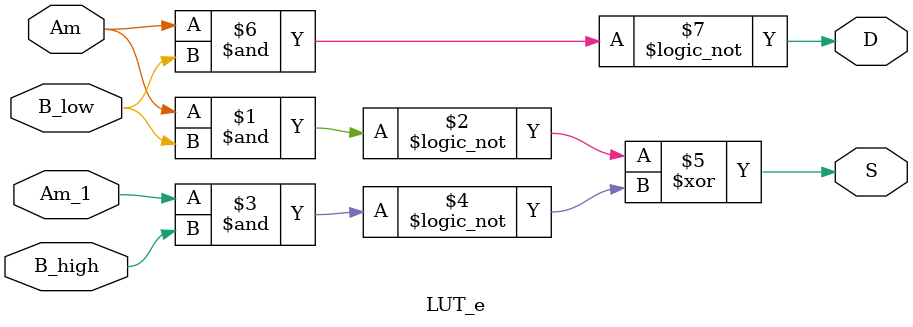
<source format=v>
`timescale 1ns/1ns
module LUT_e(
    input           Am          ,
    input           B_low       ,
    input           Am_1        ,
    input           B_high      ,
    output          S           ,
    output          D           //           
);

   assign S = (!(Am & B_low)) ^ (!(Am_1 & B_high));
   assign D = !(Am & B_low);

endmodule // LUT_e


</source>
